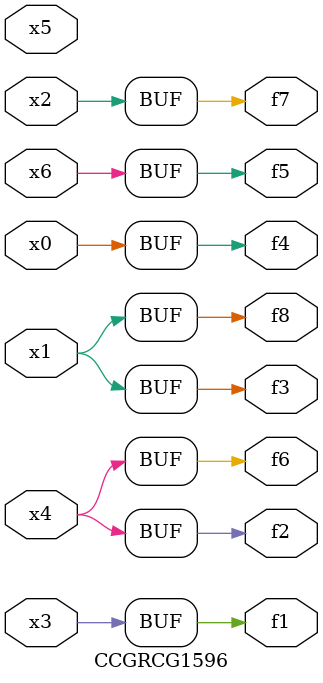
<source format=v>
module CCGRCG1596(
	input x0, x1, x2, x3, x4, x5, x6,
	output f1, f2, f3, f4, f5, f6, f7, f8
);
	assign f1 = x3;
	assign f2 = x4;
	assign f3 = x1;
	assign f4 = x0;
	assign f5 = x6;
	assign f6 = x4;
	assign f7 = x2;
	assign f8 = x1;
endmodule

</source>
